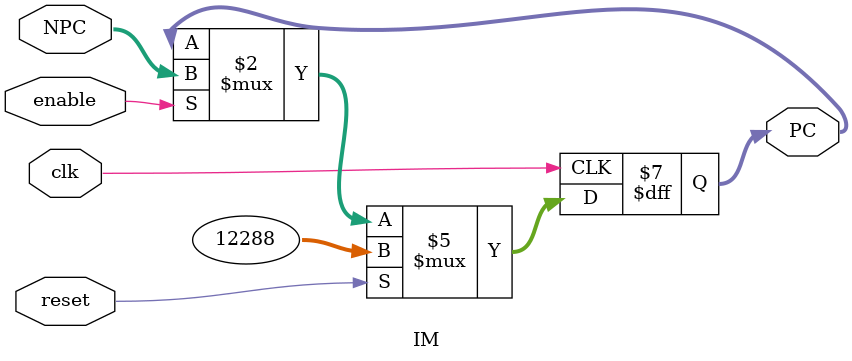
<source format=v>
module IM(
    input clk,
    input reset,
    input enable,
    input [31:0] NPC,
    output reg [31:0] PC
);
    
    always @(posedge clk) begin
        if(reset) begin
            PC <= 32'h0000_3000;
        end 
        else if(enable) begin
            PC <= NPC;
        end
    end

endmodule
</source>
